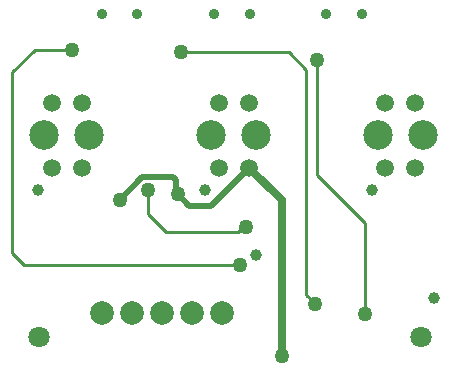
<source format=gbl>
G04*
G04 #@! TF.GenerationSoftware,Altium Limited,Altium Designer,22.8.2 (66)*
G04*
G04 Layer_Physical_Order=2*
G04 Layer_Color=16711680*
%FSLAX44Y44*%
%MOMM*%
G71*
G04*
G04 #@! TF.SameCoordinates,69D579BB-6610-4C83-93C2-135228772BCE*
G04*
G04*
G04 #@! TF.FilePolarity,Positive*
G04*
G01*
G75*
%ADD36C,0.2540*%
%ADD37C,0.7000*%
%ADD38C,0.5000*%
%ADD39C,0.9000*%
%ADD40C,1.5000*%
%ADD41C,1.0000*%
%ADD42C,2.5000*%
%ADD43C,2.0000*%
%ADD44C,1.8000*%
%ADD45C,1.2700*%
D36*
X565000Y429000D02*
Y506000D01*
X515000Y445368D02*
X522000Y438368D01*
X515000Y445368D02*
Y636000D01*
X524000Y547000D02*
X565000Y506000D01*
X524000Y547000D02*
Y644000D01*
X522000Y438000D02*
Y438368D01*
X500000Y651000D02*
X515000Y636000D01*
X461432Y503000D02*
X464000D01*
X457432Y499000D02*
X461432Y503000D01*
X396000Y499000D02*
X457432D01*
X381000Y514000D02*
X396000Y499000D01*
X381000Y514000D02*
Y534000D01*
X266000Y481000D02*
X276000Y471000D01*
X459000D01*
X266000Y481000D02*
Y634000D01*
X285000Y653000D01*
X317000D01*
X409000Y651000D02*
X500000D01*
D37*
X494000Y394000D02*
Y525400D01*
X466400Y553000D02*
X494000Y525400D01*
D38*
X434400Y521000D02*
X466400Y553000D01*
X416000Y521000D02*
X434400D01*
X406000Y531000D02*
X416000Y521000D01*
X405000Y532000D02*
X406000Y531000D01*
X376282Y545390D02*
X402071D01*
X405000Y532000D02*
Y542461D01*
X402071Y545390D02*
X405000Y542461D01*
X357000Y526000D02*
Y526108D01*
X376282Y545390D01*
D39*
X342000Y683500D02*
D03*
X372000D02*
D03*
X467000D02*
D03*
X437000D02*
D03*
X562000D02*
D03*
X532000D02*
D03*
D40*
X466400Y553000D02*
D03*
X441000D02*
D03*
X466400Y608000D02*
D03*
X441000D02*
D03*
X324700Y553000D02*
D03*
X299300D02*
D03*
X324700Y608000D02*
D03*
X299300D02*
D03*
X607400Y553000D02*
D03*
X582000D02*
D03*
X607400Y608000D02*
D03*
X582000D02*
D03*
D41*
X429200Y534000D02*
D03*
X287500D02*
D03*
X570200D02*
D03*
X623000Y443000D02*
D03*
X472000Y479000D02*
D03*
D42*
X434700Y580500D02*
D03*
X472700D02*
D03*
X293000D02*
D03*
X331000D02*
D03*
X575700D02*
D03*
X613700D02*
D03*
D43*
X418400Y430000D02*
D03*
X393000D02*
D03*
X342200D02*
D03*
X367600D02*
D03*
X443800D02*
D03*
D44*
X289000Y410000D02*
D03*
X612000D02*
D03*
D45*
X565000Y429000D02*
D03*
X494000Y394000D02*
D03*
X464000Y503000D02*
D03*
X406000Y531000D02*
D03*
X381000Y534000D02*
D03*
X357000Y526000D02*
D03*
X524000Y644000D02*
D03*
X522000Y438000D02*
D03*
X409000Y651000D02*
D03*
X459000Y471000D02*
D03*
X317000Y653000D02*
D03*
M02*

</source>
